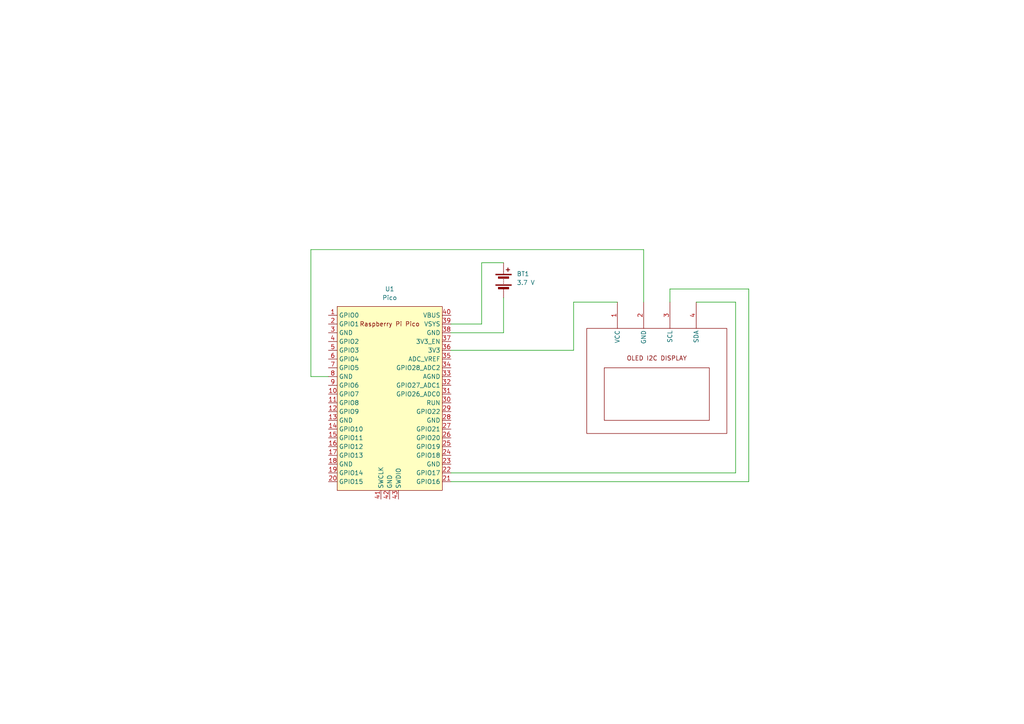
<source format=kicad_sch>
(kicad_sch (version 20250114) (generator "eeschema") (generator_version "9.0")
  (paper "A4")
  (lib_symbols
    (symbol "Device:Battery" (pin_numbers (hide yes)) (pin_names (offset 0) (hide yes))
      (property "Reference" "BT" (at 2.54 2.54 0))
      (property "Value" "Battery" (at 2.54 0 0))
      (symbol "Battery_0_1"
        (rectangle (start -2.286 1.778) (end 2.286 1.524) (fill (type outline)))
        (rectangle (start -2.286 -1.27) (end 2.286 -1.524) (fill (type outline)))
        (rectangle (start -1.524 1.016) (end 1.524 0.508) (fill (type outline)))
        (rectangle (start -1.524 -2.032) (end 1.524 -2.54) (fill (type outline)))
        (polyline (pts (xy 0 1.778) (xy 0 2.54)))
        (polyline (pts (xy 0 0) (xy 0 0.254)))
        (polyline (pts (xy 0 -0.508) (xy 0 -0.254)))
        (polyline (pts (xy 0 -1.016) (xy 0 -0.762)))
        (polyline (pts (xy 0.762 3.048) (xy 1.778 3.048)) (stroke (width 0.254)))
        (polyline (pts (xy 1.27 3.556) (xy 1.27 2.54)) (stroke (width 0.254)))
      )
      (symbol "Battery_1_1"
        (pin passive line (at 0 5.08 270) (length 2.54) (name "+") (number "1"))
        (pin passive line (at 0 -5.08 90) (length 2.54) (name "-") (number "2"))
      )
    )
    (symbol "MCU_RaspberryPi_and_Boards:Pico"
      (property "Reference" "U" (at -13.97 27.94 0))
      (property "Value" "Pico" (at 0 19.05 0))
      (symbol "Pico_0_0"
        (text "Raspberry Pi Pico" (at 0 21.59 0) (effects (font (size 1.27 1.27))))
      )
      (symbol "Pico_0_1"
        (rectangle (start -15.24 26.67) (end 15.24 -26.67) (fill (type background)))
      )
      (symbol "Pico_1_1"
        (pin bidirectional line (at -17.78 24.13 0) (length 2.54) (name "GPIO0") (number "1"))
        (pin bidirectional line (at -17.78 21.59 0) (length 2.54) (name "GPIO1") (number "2"))
        (pin power_in line (at -17.78 19.05 0) (length 2.54) (name "GND") (number "3"))
        (pin bidirectional line (at -17.78 16.51 0) (length 2.54) (name "GPIO2") (number "4"))
        (pin bidirectional line (at -17.78 13.97 0) (length 2.54) (name "GPIO3") (number "5"))
        (pin bidirectional line (at -17.78 11.43 0) (length 2.54) (name "GPIO4") (number "6"))
        (pin bidirectional line (at -17.78 8.89 0) (length 2.54) (name "GPIO5") (number "7"))
        (pin power_in line (at -17.78 6.35 0) (length 2.54) (name "GND") (number "8"))
        (pin bidirectional line (at -17.78 3.81 0) (length 2.54) (name "GPIO6") (number "9"))
        (pin bidirectional line (at -17.78 1.27 0) (length 2.54) (name "GPIO7") (number "10"))
        (pin bidirectional line (at -17.78 -1.27 0) (length 2.54) (name "GPIO8") (number "11"))
        (pin bidirectional line (at -17.78 -3.81 0) (length 2.54) (name "GPIO9") (number "12"))
        (pin power_in line (at -17.78 -6.35 0) (length 2.54) (name "GND") (number "13"))
        (pin bidirectional line (at -17.78 -8.89 0) (length 2.54) (name "GPIO10") (number "14"))
        (pin bidirectional line (at -17.78 -11.43 0) (length 2.54) (name "GPIO11") (number "15"))
        (pin bidirectional line (at -17.78 -13.97 0) (length 2.54) (name "GPIO12") (number "16"))
        (pin bidirectional line (at -17.78 -16.51 0) (length 2.54) (name "GPIO13") (number "17"))
        (pin power_in line (at -17.78 -19.05 0) (length 2.54) (name "GND") (number "18"))
        (pin bidirectional line (at -17.78 -21.59 0) (length 2.54) (name "GPIO14") (number "19"))
        (pin bidirectional line (at -17.78 -24.13 0) (length 2.54) (name "GPIO15") (number "20"))
        (pin input line (at -2.54 -29.21 90) (length 2.54) (name "SWCLK") (number "41"))
        (pin power_in line (at 0 -29.21 90) (length 2.54) (name "GND") (number "42"))
        (pin bidirectional line (at 2.54 -29.21 90) (length 2.54) (name "SWDIO") (number "43"))
        (pin power_in line (at 17.78 24.13 180) (length 2.54) (name "VBUS") (number "40"))
        (pin power_in line (at 17.78 21.59 180) (length 2.54) (name "VSYS") (number "39"))
        (pin bidirectional line (at 17.78 19.05 180) (length 2.54) (name "GND") (number "38"))
        (pin input line (at 17.78 16.51 180) (length 2.54) (name "3V3_EN") (number "37"))
        (pin power_in line (at 17.78 13.97 180) (length 2.54) (name "3V3") (number "36"))
        (pin power_in line (at 17.78 11.43 180) (length 2.54) (name "ADC_VREF") (number "35"))
        (pin bidirectional line (at 17.78 8.89 180) (length 2.54) (name "GPIO28_ADC2") (number "34"))
        (pin power_in line (at 17.78 6.35 180) (length 2.54) (name "AGND") (number "33"))
        (pin bidirectional line (at 17.78 3.81 180) (length 2.54) (name "GPIO27_ADC1") (number "32"))
        (pin bidirectional line (at 17.78 1.27 180) (length 2.54) (name "GPIO26_ADC0") (number "31"))
        (pin input line (at 17.78 -1.27 180) (length 2.54) (name "RUN") (number "30"))
        (pin bidirectional line (at 17.78 -3.81 180) (length 2.54) (name "GPIO22") (number "29"))
        (pin power_in line (at 17.78 -6.35 180) (length 2.54) (name "GND") (number "28"))
        (pin bidirectional line (at 17.78 -8.89 180) (length 2.54) (name "GPIO21") (number "27"))
        (pin bidirectional line (at 17.78 -11.43 180) (length 2.54) (name "GPIO20") (number "26"))
        (pin bidirectional line (at 17.78 -13.97 180) (length 2.54) (name "GPIO19") (number "25"))
        (pin bidirectional line (at 17.78 -16.51 180) (length 2.54) (name "GPIO18") (number "24"))
        (pin power_in line (at 17.78 -19.05 180) (length 2.54) (name "GND") (number "23"))
        (pin bidirectional line (at 17.78 -21.59 180) (length 2.54) (name "GPIO17") (number "22"))
        (pin bidirectional line (at 17.78 -24.13 180) (length 2.54) (name "GPIO16") (number "21"))
      )
    )
    (symbol "Pico_1"
      (symbol "Pico_1_0_1"
        (rectangle (start -20.32 15.24) (end 20.32 -15.24))
        (rectangle (start -15.24 3.81) (end 15.24 -11.43))
      )
      (symbol "Pico_1_1_1"
        (text "OLED I2C DISPLAY" (at 0 6.604 0) (effects (font (size 1.27 1.27))))
        (pin power_in line (at -11.43 22.86 270) (length 7.62) (name "VCC") (number "1"))
        (pin power_in line (at -3.81 22.86 270) (length 7.62) (name "GND") (number "2"))
        (pin power_in line (at 3.81 22.86 270) (length 7.62) (name "SCL") (number "3"))
        (pin bidirectional line (at 11.43 22.86 270) (length 7.62) (name "SDA") (number "4"))
      )
    )
  )
  (wire (pts (xy 201.93 87.63) (xy 213.36 87.63)))
  (wire (pts (xy 194.31 87.63) (xy 194.31 83.82)))
  (wire (pts (xy 166.37 87.63) (xy 179.07 87.63)))
  (wire (pts (xy 130.81 101.6) (xy 166.37 101.6)))
  (wire (pts (xy 130.81 96.52) (xy 146.05 96.52)))
  (wire (pts (xy 139.7 93.98) (xy 130.81 93.98)))
  (wire (pts (xy 166.37 101.6) (xy 166.37 87.63)))
  (wire (pts (xy 186.69 72.39) (xy 186.69 87.63)))
  (wire (pts (xy 217.17 83.82) (xy 217.17 139.7)))
  (wire (pts (xy 90.17 72.39) (xy 186.69 72.39)))
  (wire (pts (xy 146.05 86.36) (xy 146.05 96.52)))
  (wire (pts (xy 95.25 109.22) (xy 90.17 109.22)))
  (wire (pts (xy 139.7 76.2) (xy 139.7 93.98)))
  (wire (pts (xy 213.36 137.16) (xy 130.81 137.16)))
  (wire (pts (xy 213.36 87.63) (xy 213.36 137.16)))
  (wire (pts (xy 139.7 76.2) (xy 146.05 76.2)))
  (wire (pts (xy 90.17 109.22) (xy 90.17 72.39)))
  (wire (pts (xy 217.17 139.7) (xy 130.81 139.7)))
  (wire (pts (xy 194.31 83.82) (xy 217.17 83.82)))
  (symbol (lib_id "Device:Battery") (at 146.05 81.28 0) (unit 1)
    (property "Reference" "BT1" (at 149.86 79.4384 0) (effects (justify left)))
    (property "Value" "3.7 V" (at 149.86 81.9784 0) (effects (justify left)))
    (property "Description" "Multiple-cell battery" (effects (hide yes)))
  )
  (symbol (lib_name "Pico_1") (lib_id "MCU_RaspberryPi_and_Boards:Pico") (at 190.5 110.49 0) (unit 1)
    (property "Reference" "U2" (effects (hide yes)))
    (property "Value" "Pico" (effects (hide yes)))
    (property "Footprint" "RPi_Pico:RPi_Pico_SMD_TH" (effects (hide yes)))
  )
  (symbol (lib_id "MCU_RaspberryPi_and_Boards:Pico") (at 113.03 115.57 0) (unit 1)
    (property "Reference" "U1" (at 113.03 83.82 0))
    (property "Value" "Pico" (at 113.03 86.36 0))
    (property "Footprint" "RPi_Pico:RPi_Pico_SMD_TH" (effects (hide yes)))
  )
)
</source>
